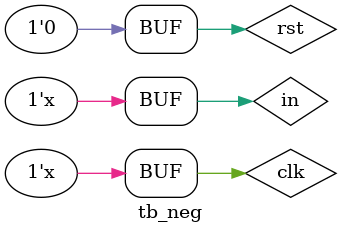
<source format=v>
`timescale 1ns / 1ps


module tb_neg;

	// Inputs
	reg in;
	reg clk;
	reg rst;

	// Outputs
	wire out;

	// Instantiate the Unit Under Test (UUT)
	negedge_detect uut (
		.in(in), 
		.clk(clk), 
		.rst(rst), 
		.out(out)
	);

	always #5 clk <= ~clk;
	always #13 in <= ~in;
	initial begin
		// Initialize Inputs
		in = 0;
		clk = 0;
		rst = 0;

		// Wait 100 ns for global reset to finish
		#100;
		rst <= 1;
		#15 rst <= 0;
        
		// Add stimulus here

	end
      
endmodule


</source>
